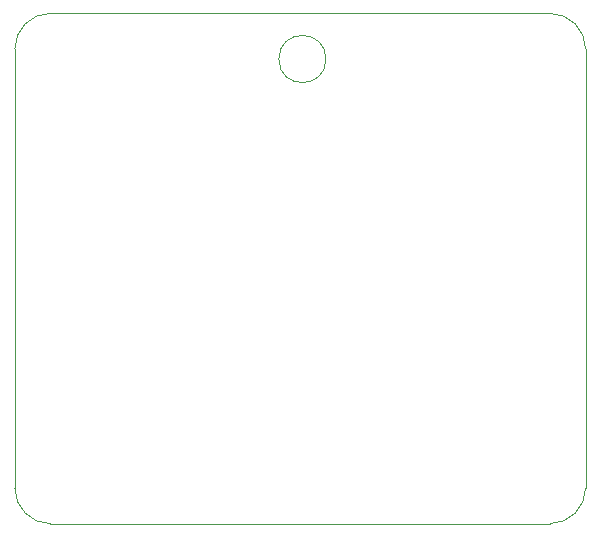
<source format=gbr>
%TF.GenerationSoftware,KiCad,Pcbnew,7.0.2*%
%TF.CreationDate,2024-01-29T22:05:24-05:00*%
%TF.ProjectId,dpx_perv_5x10-smt,6470785f-7065-4727-965f-357831302d73,rev?*%
%TF.SameCoordinates,Original*%
%TF.FileFunction,Profile,NP*%
%FSLAX46Y46*%
G04 Gerber Fmt 4.6, Leading zero omitted, Abs format (unit mm)*
G04 Created by KiCad (PCBNEW 7.0.2) date 2024-01-29 22:05:24*
%MOMM*%
%LPD*%
G01*
G04 APERTURE LIST*
%TA.AperFunction,Profile*%
%ADD10C,0.100000*%
%TD*%
G04 APERTURE END LIST*
D10*
X89215000Y-32725000D02*
G75*
G03*
X86215000Y-29725000I-3000000J0D01*
G01*
X40900000Y-69925000D02*
X40900000Y-32725000D01*
X86215000Y-72925000D02*
G75*
G03*
X89215000Y-69925000I0J3000000D01*
G01*
X43900000Y-29725000D02*
G75*
G03*
X40900000Y-32725000I0J-3000000D01*
G01*
X67240000Y-33590000D02*
G75*
G03*
X67240000Y-33590000I-2000000J0D01*
G01*
X86215000Y-72925000D02*
X43900000Y-72925000D01*
X40900000Y-69925000D02*
G75*
G03*
X43900000Y-72925000I3000000J0D01*
G01*
X43900000Y-29725000D02*
X86215000Y-29725000D01*
X89215000Y-32725000D02*
X89215000Y-69925000D01*
M02*

</source>
